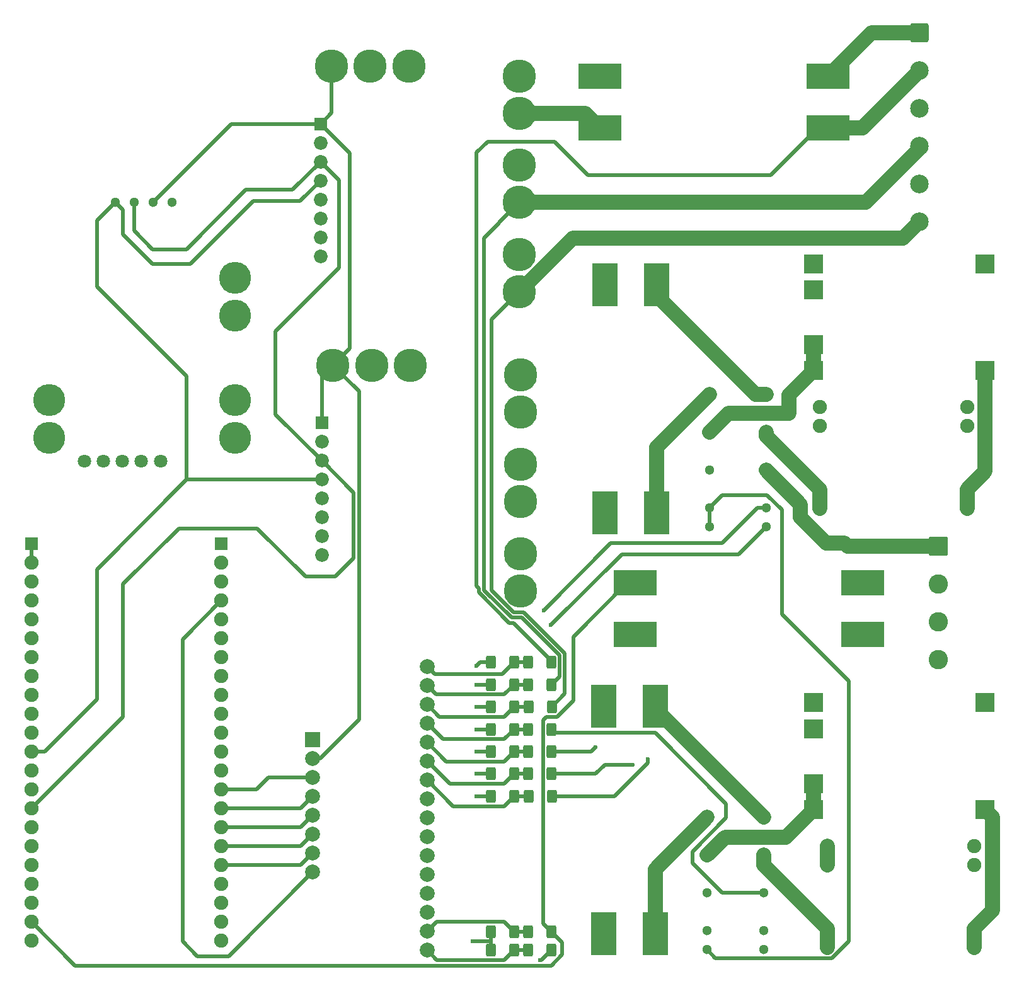
<source format=gbr>
%TF.GenerationSoftware,KiCad,Pcbnew,9.0.2*%
%TF.CreationDate,2025-10-01T16:12:29+03:00*%
%TF.ProjectId,SolarMonitor_V1,536f6c61-724d-46f6-9e69-746f725f5631,rev?*%
%TF.SameCoordinates,Original*%
%TF.FileFunction,Copper,L1,Top*%
%TF.FilePolarity,Positive*%
%FSLAX46Y46*%
G04 Gerber Fmt 4.6, Leading zero omitted, Abs format (unit mm)*
G04 Created by KiCad (PCBNEW 9.0.2) date 2025-10-01 16:12:29*
%MOMM*%
%LPD*%
G01*
G04 APERTURE LIST*
G04 Aperture macros list*
%AMRoundRect*
0 Rectangle with rounded corners*
0 $1 Rounding radius*
0 $2 $3 $4 $5 $6 $7 $8 $9 X,Y pos of 4 corners*
0 Add a 4 corners polygon primitive as box body*
4,1,4,$2,$3,$4,$5,$6,$7,$8,$9,$2,$3,0*
0 Add four circle primitives for the rounded corners*
1,1,$1+$1,$2,$3*
1,1,$1+$1,$4,$5*
1,1,$1+$1,$6,$7*
1,1,$1+$1,$8,$9*
0 Add four rect primitives between the rounded corners*
20,1,$1+$1,$2,$3,$4,$5,0*
20,1,$1+$1,$4,$5,$6,$7,0*
20,1,$1+$1,$6,$7,$8,$9,0*
20,1,$1+$1,$8,$9,$2,$3,0*%
G04 Aperture macros list end*
%TA.AperFunction,ComponentPad*%
%ADD10C,1.300000*%
%TD*%
%TA.AperFunction,ComponentPad*%
%ADD11R,2.500000X2.500000*%
%TD*%
%TA.AperFunction,ComponentPad*%
%ADD12C,1.900000*%
%TD*%
%TA.AperFunction,ComponentPad*%
%ADD13R,1.700000X1.700000*%
%TD*%
%TA.AperFunction,ComponentPad*%
%ADD14R,5.840000X3.500000*%
%TD*%
%TA.AperFunction,ComponentPad*%
%ADD15C,1.905000*%
%TD*%
%TA.AperFunction,SMDPad,CuDef*%
%ADD16RoundRect,0.250000X0.400000X0.625000X-0.400000X0.625000X-0.400000X-0.625000X0.400000X-0.625000X0*%
%TD*%
%TA.AperFunction,ComponentPad*%
%ADD17C,2.000000*%
%TD*%
%TA.AperFunction,ComponentPad*%
%ADD18R,2.100000X2.100000*%
%TD*%
%TA.AperFunction,ComponentPad*%
%ADD19R,3.500000X5.840000*%
%TD*%
%TA.AperFunction,ComponentPad*%
%ADD20RoundRect,0.250000X-1.000000X1.000000X-1.000000X-1.000000X1.000000X-1.000000X1.000000X1.000000X0*%
%TD*%
%TA.AperFunction,ComponentPad*%
%ADD21C,2.500000*%
%TD*%
%TA.AperFunction,ComponentPad*%
%ADD22C,1.850000*%
%TD*%
%TA.AperFunction,ComponentPad*%
%ADD23C,4.500000*%
%TD*%
%TA.AperFunction,ComponentPad*%
%ADD24C,4.300000*%
%TD*%
%TA.AperFunction,ComponentPad*%
%ADD25C,1.800000*%
%TD*%
%TA.AperFunction,ComponentPad*%
%ADD26RoundRect,0.250000X-1.050000X1.050000X-1.050000X-1.050000X1.050000X-1.050000X1.050000X1.050000X0*%
%TD*%
%TA.AperFunction,ComponentPad*%
%ADD27C,2.600000*%
%TD*%
%TA.AperFunction,ViaPad*%
%ADD28C,0.600000*%
%TD*%
%TA.AperFunction,Conductor*%
%ADD29C,0.500000*%
%TD*%
%TA.AperFunction,Conductor*%
%ADD30C,2.000000*%
%TD*%
G04 APERTURE END LIST*
D10*
%TO.P,K2,1*%
%TO.N,3V3*%
X126472024Y-179620000D03*
%TO.P,K2,2*%
X126472024Y-177080000D03*
%TO.P,K2,4*%
%TO.N,/Conn2Lo*%
X126472024Y-172000000D03*
%TO.P,K2,6*%
%TO.N,Net-(BRD4-OUT+-Pad1)*%
X126472024Y-166920000D03*
%TO.P,K2,8*%
%TO.N,Net-(BRD6-VIN+)*%
X126472024Y-161840000D03*
%TO.P,K2,9*%
%TO.N,Net-(BRD6-VOUT+)*%
X134092024Y-161840000D03*
%TO.P,K2,11*%
%TO.N,Net-(BRD5-IN+-Pad3)*%
X134092024Y-166920000D03*
%TO.P,K2,13*%
%TO.N,/Conn2Hi*%
X134092024Y-172000000D03*
%TO.P,K2,15*%
%TO.N,/Conn2Reset*%
X134092024Y-177080000D03*
%TO.P,K2,16*%
%TO.N,/Conn2Set*%
X134092024Y-179620000D03*
%TD*%
D11*
%TO.P,BRD1,1,OUT+*%
%TO.N,Net-(BRD1-OUT+-Pad1)*%
X140800000Y-101775000D03*
%TO.P,BRD1,2,OUT+*%
X140800000Y-98275000D03*
%TO.P,BRD1,3,OUT-*%
%TO.N,GND*%
X140800000Y-90925000D03*
%TO.P,BRD1,4,OUT-*%
X140800000Y-87425000D03*
%TO.P,BRD1,5,IN+*%
%TO.N,Net-(BRD1-IN+)*%
X163800000Y-101775000D03*
%TO.P,BRD1,6,IN-*%
%TO.N,GND*%
X163800000Y-87425000D03*
%TD*%
%TO.P,BRD4,1,OUT+*%
%TO.N,Net-(BRD4-OUT+-Pad1)*%
X140800000Y-160775000D03*
%TO.P,BRD4,2,OUT+*%
X140800000Y-157275000D03*
%TO.P,BRD4,3,OUT-*%
%TO.N,GND*%
X140800000Y-149925000D03*
%TO.P,BRD4,4,OUT-*%
X140800000Y-146425000D03*
%TO.P,BRD4,5,IN+*%
%TO.N,Net-(BRD4-IN+)*%
X163800000Y-160775000D03*
%TO.P,BRD4,6,IN-*%
%TO.N,GND*%
X163800000Y-146425000D03*
%TD*%
D12*
%TO.P,BRD12,44,GND*%
%TO.N,GND*%
X61198000Y-178420845D03*
%TO.P,BRD12,43,GND*%
X61198000Y-175880845D03*
%TO.P,BRD12,42,19*%
%TO.N,unconnected-(BRD12-19-Pad42)*%
X61198000Y-173340845D03*
%TO.P,BRD12,41,20*%
%TO.N,unconnected-(BRD12-20-Pad41)*%
X61198000Y-170800845D03*
%TO.P,BRD12,40,21*%
%TO.N,/MultiAdd3*%
X61198000Y-168260845D03*
%TO.P,BRD12,39,47*%
%TO.N,/MultiAdd2*%
X61198000Y-165720845D03*
%TO.P,BRD12,38,48*%
%TO.N,/MultiAdd1*%
X61198000Y-163180845D03*
%TO.P,BRD12,37,15*%
%TO.N,/MultiAdd0*%
X61198000Y-160640845D03*
%TO.P,BRD12,36,0*%
%TO.N,/MultiEn*%
X61198000Y-158100845D03*
%TO.P,BRD12,35,35*%
%TO.N,unconnected-(BRD12-Pad35)*%
X61198000Y-155560845D03*
%TO.P,BRD12,34,36*%
%TO.N,unconnected-(BRD12-36-Pad34)*%
X61198000Y-153020845D03*
%TO.P,BRD12,33,37*%
%TO.N,unconnected-(BRD12-37-Pad33)*%
X61198000Y-150480845D03*
%TO.P,BRD12,32,38*%
%TO.N,unconnected-(BRD12-38-Pad32)*%
X61198000Y-147940845D03*
%TO.P,BRD12,31,39*%
%TO.N,/Conn2Set*%
X61198000Y-145400845D03*
%TO.P,BRD12,30,40*%
%TO.N,/Conn2Reset*%
X61198000Y-142860845D03*
%TO.P,BRD12,29,41*%
%TO.N,/Conn1Set*%
X61198000Y-140320845D03*
%TO.P,BRD12,28,42*%
%TO.N,/Conn1Reset*%
X61198000Y-137780845D03*
%TO.P,BRD12,27,2*%
%TO.N,unconnected-(BRD12-2-Pad27)*%
X61198000Y-135240845D03*
%TO.P,BRD12,26,1*%
%TO.N,/AnaVoutMulti*%
X61198000Y-132700845D03*
%TO.P,BRD12,25,RX*%
%TO.N,unconnected-(BRD12-RX-Pad25)*%
X61198000Y-130160845D03*
%TO.P,BRD12,24,TX*%
%TO.N,unconnected-(BRD12-TX-Pad24)*%
X61198000Y-127620845D03*
D13*
%TO.P,BRD12,23,GND*%
%TO.N,GND*%
X61198000Y-125080845D03*
D12*
%TO.P,BRD12,22,GND*%
X35698000Y-178420845D03*
%TO.P,BRD12,21,5Vin*%
%TO.N,/5V*%
X35698000Y-175880845D03*
%TO.P,BRD12,20,14*%
%TO.N,unconnected-(BRD12-14-Pad20)*%
X35698000Y-173340845D03*
%TO.P,BRD12,19,13*%
%TO.N,unconnected-(BRD12-13-Pad19)*%
X35698000Y-170800845D03*
%TO.P,BRD12,18,12*%
%TO.N,unconnected-(BRD12-12-Pad18)*%
X35698000Y-168260845D03*
%TO.P,BRD12,17,11*%
%TO.N,unconnected-(BRD12-11-Pad17)*%
X35698000Y-165720845D03*
%TO.P,BRD12,16,10*%
%TO.N,unconnected-(BRD12-10-Pad16)*%
X35698000Y-163180845D03*
%TO.P,BRD12,15,9*%
%TO.N,/Current Meas & Solar/SCL*%
X35698000Y-160640845D03*
%TO.P,BRD12,14,46*%
%TO.N,unconnected-(BRD12-46-Pad14)*%
X35698000Y-158100845D03*
%TO.P,BRD12,13,3*%
%TO.N,unconnected-(BRD12-3-Pad13)*%
X35698000Y-155560845D03*
%TO.P,BRD12,12,8*%
%TO.N,/Current Meas & Solar/SDA*%
X35698000Y-153020845D03*
%TO.P,BRD12,11,18*%
%TO.N,unconnected-(BRD12-18-Pad11)*%
X35698000Y-150480845D03*
%TO.P,BRD12,10,17*%
%TO.N,unconnected-(BRD12-17-Pad10)*%
X35698000Y-147940845D03*
%TO.P,BRD12,9,16*%
%TO.N,unconnected-(BRD12-16-Pad9)*%
X35698000Y-145400845D03*
%TO.P,BRD12,8,15*%
%TO.N,unconnected-(BRD12-15-Pad8)*%
X35698000Y-142860845D03*
%TO.P,BRD12,7,7*%
%TO.N,unconnected-(BRD12-Pad7)*%
X35698000Y-140320845D03*
%TO.P,BRD12,6,6*%
%TO.N,unconnected-(BRD12-Pad6)*%
X35698000Y-137780845D03*
%TO.P,BRD12,5,5*%
%TO.N,unconnected-(BRD12-Pad5)*%
X35698000Y-135240845D03*
%TO.P,BRD12,4,4*%
%TO.N,unconnected-(BRD12-Pad4)*%
X35698000Y-132700845D03*
%TO.P,BRD12,3,RST*%
%TO.N,unconnected-(BRD12-RST-Pad3)*%
X35698000Y-130160845D03*
%TO.P,BRD12,2,3V3*%
%TO.N,3V3*%
X35698000Y-127620845D03*
D13*
%TO.P,BRD12,1,3V3*%
X35698000Y-125080845D03*
%TD*%
D14*
%TO.P,BRD14,1,VIN+*%
%TO.N,Net-(BRD14-VIN+)*%
X112100000Y-69160000D03*
%TO.P,BRD14,2,VIN-*%
%TO.N,GND*%
X112100000Y-62250000D03*
%TO.P,BRD14,3,VOUT-*%
X142700000Y-62250000D03*
%TO.P,BRD14,4,VOUT+*%
%TO.N,/ExtLoad+*%
X142700000Y-69160000D03*
%TD*%
D15*
%TO.P,BRD2,1,IN-*%
%TO.N,GND*%
X141600000Y-106700000D03*
%TO.P,BRD2,2,IN-*%
X141600000Y-109240000D03*
%TO.P,BRD2,3,IN+*%
%TO.N,Net-(BRD2-IN+-Pad3)*%
X141600000Y-117760000D03*
%TO.P,BRD2,4,IN+*%
X141600000Y-120300000D03*
%TO.P,BRD2,5,OUT+*%
%TO.N,Net-(BRD1-IN+)*%
X161400000Y-120300000D03*
%TO.P,BRD2,6,OUT+*%
X161400000Y-117760000D03*
%TO.P,BRD2,7,OUT-*%
%TO.N,GND*%
X161400000Y-109240000D03*
%TO.P,BRD2,8,OUT-*%
X161400000Y-106700000D03*
%TD*%
D16*
%TO.P,R14,1*%
%TO.N,/Conn2Lo*%
X105550000Y-153000000D03*
%TO.P,R14,2*%
%TO.N,Net-(BRD7-C4)*%
X102450000Y-153000000D03*
%TD*%
%TO.P,R16,1*%
%TO.N,/ExtLoad+*%
X105550000Y-141000000D03*
%TO.P,R16,2*%
%TO.N,Net-(BRD7-C0)*%
X102450000Y-141000000D03*
%TD*%
D17*
%TO.P,BRD7,1,C15*%
%TO.N,Net-(BRD7-C15)*%
X88868000Y-179700845D03*
%TO.P,BRD7,2,C14*%
%TO.N,Net-(BRD7-C14)*%
X88868000Y-177160845D03*
%TO.P,BRD7,3,C13*%
%TO.N,unconnected-(BRD7-C13-Pad3)*%
X88868000Y-174620845D03*
%TO.P,BRD7,4,C12*%
%TO.N,unconnected-(BRD7-C12-Pad4)*%
X88868000Y-172080845D03*
%TO.P,BRD7,5,C11*%
%TO.N,unconnected-(BRD7-C11-Pad5)*%
X88868000Y-169540845D03*
%TO.P,BRD7,6,C10*%
%TO.N,unconnected-(BRD7-C10-Pad6)*%
X88868000Y-167000845D03*
%TO.P,BRD7,7,C9*%
%TO.N,unconnected-(BRD7-C9-Pad7)*%
X88868000Y-164460845D03*
%TO.P,BRD7,8,C8*%
%TO.N,unconnected-(BRD7-C8-Pad8)*%
X88868000Y-161920845D03*
%TO.P,BRD7,9,C7*%
%TO.N,unconnected-(BRD7-C7-Pad9)*%
X88868000Y-159380845D03*
%TO.P,BRD7,10,C6*%
%TO.N,Net-(BRD7-C6)*%
X88868000Y-156840845D03*
%TO.P,BRD7,11,C5*%
%TO.N,Net-(BRD7-C5)*%
X88868000Y-154300845D03*
%TO.P,BRD7,12,C4*%
%TO.N,Net-(BRD7-C4)*%
X88868000Y-151760845D03*
%TO.P,BRD7,13,C3*%
%TO.N,Net-(BRD7-C3)*%
X88868000Y-149220845D03*
%TO.P,BRD7,14,C2*%
%TO.N,Net-(BRD7-C2)*%
X88868000Y-146680845D03*
%TO.P,BRD7,15,C1*%
%TO.N,Net-(BRD7-C1)*%
X88868000Y-144140845D03*
%TO.P,BRD7,16,C0*%
%TO.N,Net-(BRD7-C0)*%
X88868000Y-141600845D03*
%TO.P,BRD7,17,S16*%
%TO.N,/AnaVoutMulti*%
X73498000Y-169190845D03*
%TO.P,BRD7,18,S3*%
%TO.N,/MultiAdd3*%
X73498000Y-166650845D03*
%TO.P,BRD7,19,S2*%
%TO.N,/MultiAdd2*%
X73498000Y-164110845D03*
%TO.P,BRD7,20,S1*%
%TO.N,/MultiAdd1*%
X73498000Y-161570845D03*
%TO.P,BRD7,21,S0*%
%TO.N,/MultiAdd0*%
X73498000Y-159030845D03*
%TO.P,BRD7,22,EN*%
%TO.N,/MultiEn*%
X73498000Y-156490845D03*
%TO.P,BRD7,23,VCC*%
%TO.N,3V3*%
X73498000Y-153950845D03*
D18*
%TO.P,BRD7,24,GND*%
%TO.N,GND*%
X73498000Y-151410845D03*
%TD*%
D16*
%TO.P,R3,1*%
%TO.N,Net-(BRD7-C15)*%
X100550000Y-179690845D03*
%TO.P,R3,2*%
%TO.N,GND*%
X97450000Y-179690845D03*
%TD*%
%TO.P,R10,1*%
%TO.N,/Conn1Hi*%
X105550000Y-156000000D03*
%TO.P,R10,2*%
%TO.N,Net-(BRD7-C5)*%
X102450000Y-156000000D03*
%TD*%
%TO.P,R4,1*%
%TO.N,/Conn1Lo*%
X105600000Y-159000000D03*
%TO.P,R4,2*%
%TO.N,Net-(BRD7-C6)*%
X102500000Y-159000000D03*
%TD*%
%TO.P,R7,1*%
%TO.N,Net-(BRD7-C2)*%
X100550000Y-147000000D03*
%TO.P,R7,2*%
%TO.N,GND*%
X97450000Y-147000000D03*
%TD*%
%TO.P,R13,1*%
%TO.N,Net-(BRD7-C1)*%
X100550000Y-144000000D03*
%TO.P,R13,2*%
%TO.N,GND*%
X97450000Y-144000000D03*
%TD*%
D19*
%TO.P,BRD3,1,VIN+*%
%TO.N,Net-(BRD3-VIN+)*%
X119660000Y-120900000D03*
%TO.P,BRD3,2,VIN-*%
%TO.N,GND*%
X112750000Y-120900000D03*
%TO.P,BRD3,3,VOUT-*%
X112750000Y-90300000D03*
%TO.P,BRD3,4,VOUT+*%
%TO.N,Net-(BRD3-VOUT+)*%
X119660000Y-90300000D03*
%TD*%
D16*
%TO.P,R5,1*%
%TO.N,Net-(BRD7-C6)*%
X100550000Y-159000000D03*
%TO.P,R5,2*%
%TO.N,GND*%
X97450000Y-159000000D03*
%TD*%
D10*
%TO.P,BRD13,1,GND*%
%TO.N,GND*%
X54575000Y-79175000D03*
%TO.P,BRD13,2,VCC*%
%TO.N,3V3*%
X52035000Y-79175000D03*
%TO.P,BRD13,3,SCK*%
%TO.N,/Current Meas & Solar/SCL*%
X49495000Y-79175000D03*
%TO.P,BRD13,4,SDA*%
%TO.N,/Current Meas & Solar/SDA*%
X46955000Y-79175000D03*
%TD*%
D16*
%TO.P,R8,1*%
%TO.N,/5V*%
X105550000Y-177190845D03*
%TO.P,R8,2*%
%TO.N,Net-(BRD7-C14)*%
X102450000Y-177190845D03*
%TD*%
%TO.P,R11,1*%
%TO.N,Net-(BRD7-C5)*%
X100550000Y-156000000D03*
%TO.P,R11,2*%
%TO.N,GND*%
X97450000Y-156000000D03*
%TD*%
D20*
%TO.P,J1,1,Pin_1*%
%TO.N,GND*%
X155000000Y-56420000D03*
D21*
%TO.P,J1,2,Pin_2*%
%TO.N,/ExtLoad+*%
X155000000Y-61500000D03*
%TO.P,J1,3,Pin_3*%
%TO.N,GND*%
X155000000Y-66580000D03*
%TO.P,J1,4,Pin_4*%
%TO.N,/Battery+*%
X155000000Y-71660000D03*
%TO.P,J1,5,Pin_5*%
%TO.N,GND*%
X155000000Y-76740000D03*
%TO.P,J1,6,Pin_6*%
%TO.N,/SolarPanel+*%
X155000000Y-81820000D03*
%TD*%
D16*
%TO.P,R9,1*%
%TO.N,Net-(BRD7-C14)*%
X100550000Y-177190845D03*
%TO.P,R9,2*%
%TO.N,GND*%
X97450000Y-177190845D03*
%TD*%
D14*
%TO.P,BRD11,1,VIN+*%
%TO.N,/Current Meas & Solar/InternalLoad*%
X147400000Y-130340000D03*
%TO.P,BRD11,2,VIN-*%
%TO.N,GND*%
X147400000Y-137250000D03*
%TO.P,BRD11,3,VOUT-*%
X116800000Y-137250000D03*
%TO.P,BRD11,4,VOUT+*%
%TO.N,/5V*%
X116800000Y-130340000D03*
%TD*%
D15*
%TO.P,BRD5,1,IN-*%
%TO.N,GND*%
X142600000Y-165700000D03*
%TO.P,BRD5,2,IN-*%
X142600000Y-168240000D03*
%TO.P,BRD5,3,IN+*%
%TO.N,Net-(BRD5-IN+-Pad3)*%
X142600000Y-176760000D03*
%TO.P,BRD5,4,IN+*%
X142600000Y-179300000D03*
%TO.P,BRD5,5,OUT+*%
%TO.N,Net-(BRD4-IN+)*%
X162400000Y-179300000D03*
%TO.P,BRD5,6,OUT+*%
X162400000Y-176760000D03*
%TO.P,BRD5,7,OUT-*%
%TO.N,GND*%
X162400000Y-168240000D03*
%TO.P,BRD5,8,OUT-*%
X162400000Y-165700000D03*
%TD*%
D16*
%TO.P,R17,1*%
%TO.N,3V3*%
X105550000Y-179690845D03*
%TO.P,R17,2*%
%TO.N,Net-(BRD7-C15)*%
X102450000Y-179690845D03*
%TD*%
D22*
%TO.P,BRD9,1,TC*%
%TO.N,unconnected-(BRD9-TC-Pad1)*%
X74728000Y-126620845D03*
%TO.P,BRD9,2,WAR*%
%TO.N,unconnected-(BRD9-WAR-Pad2)*%
X74728000Y-124080845D03*
%TO.P,BRD9,3,CRI*%
%TO.N,unconnected-(BRD9-CRI-Pad3)*%
X74728000Y-121540845D03*
%TO.P,BRD9,4,PV*%
%TO.N,unconnected-(BRD9-PV-Pad4)*%
X74728000Y-119000845D03*
%TO.P,BRD9,5,SDA*%
%TO.N,/Current Meas & Solar/SDA*%
X74728000Y-116460845D03*
%TO.P,BRD9,6,SCL*%
%TO.N,/Current Meas & Solar/SCL*%
X74728000Y-113920845D03*
%TO.P,BRD9,7,GND*%
%TO.N,GND*%
X74728000Y-111380845D03*
D13*
%TO.P,BRD9,8,VS*%
%TO.N,3V3*%
X74728000Y-108840845D03*
D23*
%TO.P,BRD9,9,VPU*%
X76198000Y-101090845D03*
%TO.P,BRD9,10,GND*%
%TO.N,GND*%
X81398000Y-101090845D03*
%TO.P,BRD9,11,GND*%
X86598000Y-101090845D03*
%TO.P,BRD9,12,VN3+*%
%TO.N,/Current Meas & Solar/InternalLoad*%
X101398000Y-102400845D03*
%TO.P,BRD9,13,VN3-*%
%TO.N,/Current Meas & Solar/BattHi*%
X101398000Y-107400845D03*
%TO.P,BRD9,14,VN2+*%
%TO.N,/Conn1Lo*%
X101398000Y-114400845D03*
%TO.P,BRD9,15,VN2-*%
%TO.N,/Current Meas & Solar/BattHi*%
X101398000Y-119400845D03*
%TO.P,BRD9,16,VN1+*%
%TO.N,/Conn2Lo*%
X101398000Y-126400845D03*
%TO.P,BRD9,17,VN1-*%
%TO.N,/Current Meas & Solar/BattHi*%
X101398000Y-131400845D03*
%TD*%
D22*
%TO.P,BRD8,1,TC*%
%TO.N,unconnected-(BRD8-TC-Pad1)*%
X74528000Y-86430845D03*
%TO.P,BRD8,2,WAR*%
%TO.N,unconnected-(BRD8-WAR-Pad2)*%
X74528000Y-83890845D03*
%TO.P,BRD8,3,CRI*%
%TO.N,unconnected-(BRD8-CRI-Pad3)*%
X74528000Y-81350845D03*
%TO.P,BRD8,4,PV*%
%TO.N,unconnected-(BRD8-PV-Pad4)*%
X74528000Y-78810845D03*
%TO.P,BRD8,5,SDA*%
%TO.N,/Current Meas & Solar/SDA*%
X74528000Y-76270845D03*
%TO.P,BRD8,6,SCL*%
%TO.N,/Current Meas & Solar/SCL*%
X74528000Y-73730845D03*
%TO.P,BRD8,7,GND*%
%TO.N,GND*%
X74528000Y-71190845D03*
D13*
%TO.P,BRD8,8,VS*%
%TO.N,3V3*%
X74528000Y-68650845D03*
D23*
%TO.P,BRD8,9,VPU*%
X75998000Y-60900845D03*
%TO.P,BRD8,10,GND*%
%TO.N,GND*%
X81198000Y-60900845D03*
%TO.P,BRD8,11,GND*%
X86398000Y-60900845D03*
%TO.P,BRD8,12,VN3+*%
%TO.N,/Current Meas & Solar/ExtLoadHi*%
X101198000Y-62210845D03*
%TO.P,BRD8,13,VN3-*%
%TO.N,Net-(BRD14-VIN+)*%
X101198000Y-67210845D03*
%TO.P,BRD8,14,VN2+*%
%TO.N,/Current Meas & Solar/BattHi*%
X101198000Y-74210845D03*
%TO.P,BRD8,15,VN2-*%
%TO.N,/Battery+*%
X101198000Y-79210845D03*
%TO.P,BRD8,16,VN1+*%
%TO.N,/Current Meas & Solar/SolarPanelHi*%
X101198000Y-86210845D03*
%TO.P,BRD8,17,VN1-*%
%TO.N,/SolarPanel+*%
X101198000Y-91210845D03*
%TD*%
D16*
%TO.P,R12,1*%
%TO.N,/Battery+*%
X105550000Y-144000000D03*
%TO.P,R12,2*%
%TO.N,Net-(BRD7-C1)*%
X102450000Y-144000000D03*
%TD*%
D24*
%TO.P,BRD10,1,PWR*%
%TO.N,/Current Meas & Solar/SolarPanelHi*%
X38050000Y-105770000D03*
%TO.P,BRD10,2,GND*%
%TO.N,GND*%
X38050000Y-110850000D03*
%TO.P,BRD10,3,GND*%
X63050000Y-89290000D03*
%TO.P,BRD10,4,LOAD*%
%TO.N,/Current Meas & Solar/ExtLoadHi*%
X63050000Y-94370000D03*
%TO.P,BRD10,5,BATT*%
%TO.N,/Current Meas & Solar/BattHi*%
X63050000Y-105770000D03*
%TO.P,BRD10,6,GND*%
%TO.N,GND*%
X63050000Y-110850000D03*
D25*
%TO.P,BRD10,7,+*%
%TO.N,unconnected-(BRD10-+-Pad7)*%
X42850000Y-113950000D03*
%TO.P,BRD10,8,-*%
%TO.N,unconnected-(BRD10---Pad8)*%
X45390000Y-113950000D03*
%TO.P,BRD10,9,D*%
%TO.N,unconnected-(BRD10-D-Pad9)*%
X47930000Y-113950000D03*
%TO.P,BRD10,10,+*%
%TO.N,unconnected-(BRD10-+-Pad10)*%
X50470000Y-113950000D03*
%TO.P,BRD10,11,C*%
%TO.N,unconnected-(BRD10-C-Pad11)*%
X53030000Y-113950000D03*
%TD*%
D16*
%TO.P,R20,1*%
%TO.N,Net-(BRD7-C3)*%
X100550000Y-150000000D03*
%TO.P,R20,2*%
%TO.N,GND*%
X97450000Y-150000000D03*
%TD*%
%TO.P,R6,1*%
%TO.N,/SolarPanel+*%
X105600000Y-147000000D03*
%TO.P,R6,2*%
%TO.N,Net-(BRD7-C2)*%
X102500000Y-147000000D03*
%TD*%
%TO.P,R19,1*%
%TO.N,/Conn2Hi*%
X105550000Y-150000000D03*
%TO.P,R19,2*%
%TO.N,Net-(BRD7-C3)*%
X102450000Y-150000000D03*
%TD*%
%TO.P,R18,1*%
%TO.N,Net-(BRD7-C0)*%
X100550000Y-141000000D03*
%TO.P,R18,2*%
%TO.N,GND*%
X97450000Y-141000000D03*
%TD*%
D19*
%TO.P,BRD6,1,VIN+*%
%TO.N,Net-(BRD6-VIN+)*%
X119500000Y-177500000D03*
%TO.P,BRD6,2,VIN-*%
%TO.N,GND*%
X112590000Y-177500000D03*
%TO.P,BRD6,3,VOUT-*%
X112590000Y-146900000D03*
%TO.P,BRD6,4,VOUT+*%
%TO.N,Net-(BRD6-VOUT+)*%
X119500000Y-146900000D03*
%TD*%
D16*
%TO.P,R15,1*%
%TO.N,Net-(BRD7-C4)*%
X100550000Y-153000000D03*
%TO.P,R15,2*%
%TO.N,GND*%
X97450000Y-153000000D03*
%TD*%
D10*
%TO.P,K1,1*%
%TO.N,3V3*%
X126770000Y-122800000D03*
%TO.P,K1,2*%
X126770000Y-120260000D03*
%TO.P,K1,4*%
%TO.N,/Conn1Lo*%
X126770000Y-115180000D03*
%TO.P,K1,6*%
%TO.N,Net-(BRD1-OUT+-Pad1)*%
X126770000Y-110100000D03*
%TO.P,K1,8*%
%TO.N,Net-(BRD3-VIN+)*%
X126770000Y-105020000D03*
%TO.P,K1,9*%
%TO.N,Net-(BRD3-VOUT+)*%
X134390000Y-105020000D03*
%TO.P,K1,11*%
%TO.N,Net-(BRD2-IN+-Pad3)*%
X134390000Y-110100000D03*
%TO.P,K1,13*%
%TO.N,/Conn1Hi*%
X134390000Y-115180000D03*
%TO.P,K1,15*%
%TO.N,/Conn1Reset*%
X134390000Y-120260000D03*
%TO.P,K1,16*%
%TO.N,/Conn1Set*%
X134390000Y-122800000D03*
%TD*%
D26*
%TO.P,J2,1,Pin_1*%
%TO.N,/Conn1Hi*%
X157500000Y-125420000D03*
D27*
%TO.P,J2,2,Pin_2*%
%TO.N,GND*%
X157500000Y-130500000D03*
%TO.P,J2,3,Pin_3*%
%TO.N,/Conn2Hi*%
X157500000Y-135580000D03*
%TO.P,J2,4,Pin_4*%
%TO.N,GND*%
X157500000Y-140660000D03*
%TD*%
D28*
%TO.N,GND*%
X95500000Y-150000000D03*
X95500000Y-141500000D03*
X95500000Y-159000000D03*
X95500000Y-144000000D03*
X95500000Y-156000000D03*
X95500000Y-147000000D03*
X95500000Y-153000000D03*
X95000000Y-178500000D03*
%TO.N,/Conn2Lo*%
X111500000Y-152410000D03*
%TO.N,/Conn1Lo*%
X118500000Y-154000000D03*
%TO.N,/Conn1Reset*%
X104504318Y-134004318D03*
%TO.N,/Conn1Set*%
X105500000Y-136000000D03*
%TO.N,/Conn1Hi*%
X116500000Y-154751000D03*
%TO.N,3V3*%
X104000000Y-181000000D03*
%TD*%
D29*
%TO.N,/Conn2Hi*%
X106050000Y-150500000D02*
X105550000Y-150000000D01*
X129000000Y-161920000D02*
X129000000Y-160000000D01*
X124500000Y-166420000D02*
X129000000Y-161920000D01*
X124500000Y-168000000D02*
X124500000Y-166420000D01*
X119500000Y-150500000D02*
X106050000Y-150500000D01*
X134092024Y-172000000D02*
X128500000Y-172000000D01*
X128500000Y-172000000D02*
X124500000Y-168000000D01*
X129000000Y-160000000D02*
X119500000Y-150500000D01*
%TO.N,/5V*%
X108500000Y-137570000D02*
X115730000Y-130340000D01*
X108500000Y-146123292D02*
X108500000Y-137570000D01*
X104449000Y-148779708D02*
X104902708Y-148326000D01*
X104449000Y-176089845D02*
X104449000Y-148779708D01*
X106297292Y-148326000D02*
X108500000Y-146123292D01*
X115730000Y-130340000D02*
X116800000Y-130340000D01*
X105550000Y-177190845D02*
X104449000Y-176089845D01*
X104902708Y-148326000D02*
X106297292Y-148326000D01*
%TO.N,/ExtLoad+*%
X141340000Y-69160000D02*
X142700000Y-69160000D01*
X135000000Y-75500000D02*
X141340000Y-69160000D01*
X106000000Y-71000000D02*
X110500000Y-75500000D01*
X97000000Y-71000000D02*
X106000000Y-71000000D01*
X95500000Y-72500000D02*
X97000000Y-71000000D01*
X110500000Y-75500000D02*
X135000000Y-75500000D01*
X100451000Y-135701000D02*
X99895636Y-135701000D01*
X95799000Y-131604364D02*
X95799000Y-131049000D01*
X105550000Y-140800000D02*
X100451000Y-135701000D01*
X99895636Y-135701000D02*
X95799000Y-131604364D01*
X95500000Y-130750000D02*
X95500000Y-72500000D01*
X105550000Y-141000000D02*
X105550000Y-140800000D01*
X95799000Y-131049000D02*
X95500000Y-130750000D01*
%TO.N,/Conn1Lo*%
X114000000Y-159000000D02*
X105600000Y-159000000D01*
X118500000Y-154500000D02*
X114000000Y-159000000D01*
X118500000Y-154000000D02*
X118500000Y-154500000D01*
D30*
%TO.N,/Conn1Hi*%
X145340000Y-125420000D02*
X144920000Y-125000000D01*
X157500000Y-125420000D02*
X145340000Y-125420000D01*
%TO.N,Net-(BRD4-OUT+-Pad1)*%
X137075000Y-164500000D02*
X140800000Y-160775000D01*
X128892024Y-164500000D02*
X137075000Y-164500000D01*
X126472024Y-166920000D02*
X128892024Y-164500000D01*
D29*
%TO.N,/Current Meas & Solar/SDA*%
X52000000Y-87500000D02*
X57000000Y-87500000D01*
X71798845Y-79000000D02*
X74528000Y-76270845D01*
X48000000Y-80220000D02*
X48000000Y-83500000D01*
X65500000Y-79000000D02*
X71798845Y-79000000D01*
X46955000Y-79175000D02*
X48000000Y-80220000D01*
X48000000Y-83500000D02*
X52000000Y-87500000D01*
X57000000Y-87500000D02*
X65500000Y-79000000D01*
X44500000Y-90500000D02*
X44500000Y-81630000D01*
X56539155Y-102539155D02*
X44500000Y-90500000D01*
X44500000Y-81630000D02*
X46955000Y-79175000D01*
X56539155Y-116460845D02*
X56539155Y-102539155D01*
D30*
%TO.N,Net-(BRD1-IN+)*%
X161400000Y-117760000D02*
X161400000Y-120300000D01*
X163800000Y-115360000D02*
X161400000Y-117760000D01*
X163800000Y-101775000D02*
X163800000Y-115360000D01*
D29*
%TO.N,3V3*%
X136500000Y-134500000D02*
X136500000Y-125000000D01*
X145500000Y-143500000D02*
X136500000Y-134500000D01*
X143201024Y-180751000D02*
X145500000Y-178452024D01*
X126472024Y-179620000D02*
X127603024Y-180751000D01*
X127603024Y-180751000D02*
X143201024Y-180751000D01*
X145500000Y-178452024D02*
X145500000Y-143500000D01*
D30*
%TO.N,Net-(BRD6-VIN+)*%
X119500000Y-168812024D02*
X119500000Y-177500000D01*
X126472024Y-161840000D02*
X119500000Y-168812024D01*
%TO.N,Net-(BRD6-VOUT+)*%
X119500000Y-147247976D02*
X119500000Y-146900000D01*
X134092024Y-161840000D02*
X119500000Y-147247976D01*
%TO.N,Net-(BRD4-OUT+-Pad1)*%
X140800000Y-157275000D02*
X140800000Y-160775000D01*
%TO.N,Net-(BRD5-IN+-Pad3)*%
X134092024Y-168252024D02*
X142600000Y-176760000D01*
X134092024Y-166920000D02*
X134092024Y-168252024D01*
%TO.N,Net-(BRD4-IN+)*%
X164830000Y-161805000D02*
X164830000Y-174330000D01*
X163800000Y-160775000D02*
X164830000Y-161805000D01*
X164830000Y-174330000D02*
X162400000Y-176760000D01*
D29*
%TO.N,/Conn1Reset*%
X133240000Y-120260000D02*
X134390000Y-120260000D01*
X128500000Y-125000000D02*
X133240000Y-120260000D01*
X113508636Y-125000000D02*
X128500000Y-125000000D01*
X104504318Y-134004318D02*
X113508636Y-125000000D01*
%TO.N,/Conn1Set*%
X130690000Y-126500000D02*
X134390000Y-122800000D01*
X115000000Y-126500000D02*
X130690000Y-126500000D01*
X105500000Y-136000000D02*
X115000000Y-126500000D01*
D30*
%TO.N,/Conn1Hi*%
X142500000Y-125000000D02*
X144920000Y-125000000D01*
X139000000Y-119790000D02*
X139000000Y-121500000D01*
X139000000Y-121500000D02*
X142500000Y-125000000D01*
X134390000Y-115180000D02*
X139000000Y-119790000D01*
%TO.N,Net-(BRD2-IN+-Pad3)*%
X141600000Y-120300000D02*
X141600000Y-117760000D01*
X134390000Y-110100000D02*
X134390000Y-110550000D01*
X134390000Y-110550000D02*
X141600000Y-117760000D01*
D29*
%TO.N,3V3*%
X126770000Y-120260000D02*
X126770000Y-122800000D01*
X128530000Y-118500000D02*
X126770000Y-120260000D01*
X136500000Y-120500000D02*
X134500000Y-118500000D01*
X134500000Y-118500000D02*
X128530000Y-118500000D01*
X136500000Y-125000000D02*
X136500000Y-120500000D01*
D30*
%TO.N,Net-(BRD1-OUT+-Pad1)*%
X140800000Y-98275000D02*
X140800000Y-101775000D01*
X137500000Y-105075000D02*
X140800000Y-101775000D01*
X137500000Y-107500000D02*
X137500000Y-105075000D01*
X129370000Y-107500000D02*
X137500000Y-107500000D01*
X126770000Y-110100000D02*
X129370000Y-107500000D01*
%TO.N,Net-(BRD3-VIN+)*%
X119660000Y-112130000D02*
X126770000Y-105020000D01*
X119660000Y-120900000D02*
X119660000Y-112130000D01*
%TO.N,Net-(BRD3-VOUT+)*%
X133020000Y-105020000D02*
X134390000Y-105020000D01*
X119660000Y-91660000D02*
X133020000Y-105020000D01*
X119660000Y-90300000D02*
X119660000Y-91660000D01*
D29*
%TO.N,3V3*%
X62559155Y-68650845D02*
X74528000Y-68650845D01*
X52035000Y-79175000D02*
X62559155Y-68650845D01*
%TO.N,/Current Meas & Solar/SCL*%
X70758845Y-77500000D02*
X74528000Y-73730845D01*
X56500000Y-85500000D02*
X64500000Y-77500000D01*
X52000000Y-85500000D02*
X56500000Y-85500000D01*
X49495000Y-79175000D02*
X49495000Y-82995000D01*
X49495000Y-82995000D02*
X52000000Y-85500000D01*
X64500000Y-77500000D02*
X70758845Y-77500000D01*
X77000000Y-76202845D02*
X74528000Y-73730845D01*
X68500000Y-107692845D02*
X68500000Y-96500000D01*
X68500000Y-96500000D02*
X77000000Y-88000000D01*
X77000000Y-88000000D02*
X77000000Y-76202845D01*
X74728000Y-113920845D02*
X68500000Y-107692845D01*
D30*
%TO.N,GND*%
X148530000Y-56420000D02*
X155000000Y-56420000D01*
X142700000Y-62250000D02*
X148530000Y-56420000D01*
%TO.N,Net-(BRD14-VIN+)*%
X110150845Y-67210845D02*
X112100000Y-69160000D01*
X101198000Y-67210845D02*
X110150845Y-67210845D01*
%TO.N,/ExtLoad+*%
X147340000Y-69160000D02*
X155000000Y-61500000D01*
X142700000Y-69160000D02*
X147340000Y-69160000D01*
%TO.N,/Battery+*%
X155000000Y-72000000D02*
X155000000Y-71660000D01*
X147789155Y-79210845D02*
X155000000Y-72000000D01*
X101198000Y-79210845D02*
X147789155Y-79210845D01*
%TO.N,/SolarPanel+*%
X108408845Y-84000000D02*
X152820000Y-84000000D01*
X101198000Y-91210845D02*
X108408845Y-84000000D01*
X152820000Y-84000000D02*
X155000000Y-81820000D01*
D29*
%TO.N,GND*%
X97450000Y-159000000D02*
X95500000Y-159000000D01*
X97450000Y-156000000D02*
X95500000Y-156000000D01*
X97450000Y-177190845D02*
X97450000Y-178500000D01*
X97450000Y-144000000D02*
X95500000Y-144000000D01*
X97450000Y-147000000D02*
X95500000Y-147000000D01*
X97450000Y-150000000D02*
X95500000Y-150000000D01*
X97450000Y-178500000D02*
X95000000Y-178500000D01*
D30*
X142600000Y-165700000D02*
X142600000Y-168240000D01*
D29*
X97450000Y-153000000D02*
X95500000Y-153000000D01*
X97450000Y-178500000D02*
X97450000Y-179690845D01*
X97450000Y-141000000D02*
X96000000Y-141000000D01*
X96000000Y-141000000D02*
X95500000Y-141500000D01*
D30*
%TO.N,Net-(BRD4-IN+)*%
X162400000Y-176760000D02*
X162400000Y-179300000D01*
%TO.N,Net-(BRD5-IN+-Pad3)*%
X142600000Y-179300000D02*
X142600000Y-176760000D01*
X134092024Y-166920000D02*
X134092024Y-168257710D01*
D29*
%TO.N,/MultiAdd2*%
X71888000Y-165720845D02*
X61198000Y-165720845D01*
X73498000Y-164110845D02*
X71888000Y-165720845D01*
%TO.N,/MultiAdd1*%
X71888000Y-163180845D02*
X73498000Y-161570845D01*
X61198000Y-163180845D02*
X71888000Y-163180845D01*
%TO.N,/MultiEn*%
X65899155Y-158100845D02*
X67509155Y-156490845D01*
X67509155Y-156490845D02*
X73498000Y-156490845D01*
X61198000Y-158100845D02*
X65899155Y-158100845D01*
%TO.N,/AnaVoutMulti*%
X56000000Y-178500000D02*
X58000000Y-180500000D01*
X62188845Y-180500000D02*
X73498000Y-169190845D01*
X61198000Y-132700845D02*
X56000000Y-137898845D01*
X56000000Y-137898845D02*
X56000000Y-178500000D01*
X58000000Y-180500000D02*
X62188845Y-180500000D01*
%TO.N,/MultiAdd3*%
X61198000Y-168260845D02*
X71888000Y-168260845D01*
X71888000Y-168260845D02*
X73498000Y-166650845D01*
%TO.N,/MultiAdd0*%
X73498000Y-159030845D02*
X71888000Y-160640845D01*
X71888000Y-160640845D02*
X61198000Y-160640845D01*
%TO.N,/Battery+*%
X98497000Y-81911845D02*
X101198000Y-79210845D01*
X98497000Y-82003000D02*
X98497000Y-81911845D01*
X106651000Y-142899000D02*
X106651000Y-140077708D01*
X101573292Y-135000000D02*
X100186000Y-135000000D01*
X106651000Y-140077708D02*
X101573292Y-135000000D01*
X100186000Y-135000000D02*
X96500000Y-131314000D01*
X105550000Y-144000000D02*
X106651000Y-142899000D01*
X96500000Y-131314000D02*
X96500000Y-84000000D01*
X96500000Y-84000000D02*
X98497000Y-82003000D01*
%TO.N,/Current Meas & Solar/SDA*%
X56539155Y-116460845D02*
X44500000Y-128500000D01*
X44500000Y-146000000D02*
X37479155Y-153020845D01*
X37479155Y-153020845D02*
X35698000Y-153020845D01*
X44500000Y-128500000D02*
X44500000Y-146000000D01*
X74728000Y-116460845D02*
X56539155Y-116460845D01*
%TO.N,/Current Meas & Solar/SCL*%
X55500000Y-123000000D02*
X66000000Y-123000000D01*
X72500000Y-129500000D02*
X76500000Y-129500000D01*
X76500000Y-129500000D02*
X79000000Y-127000000D01*
X79000000Y-127000000D02*
X79000000Y-118192845D01*
X79000000Y-118192845D02*
X74728000Y-113920845D01*
X66000000Y-123000000D02*
X72500000Y-129500000D01*
X35698000Y-160640845D02*
X48000000Y-148338845D01*
X48000000Y-130500000D02*
X55500000Y-123000000D01*
X48000000Y-148338845D02*
X48000000Y-130500000D01*
%TO.N,/SolarPanel+*%
X97500000Y-131322636D02*
X97500000Y-94908845D01*
X97500000Y-94908845D02*
X101198000Y-91210845D01*
X105600000Y-147000000D02*
X107352000Y-145248000D01*
X107352000Y-145248000D02*
X107352000Y-139787344D01*
X101863656Y-134299000D02*
X100476364Y-134299000D01*
X100476364Y-134299000D02*
X97500000Y-131322636D01*
X107352000Y-139787344D02*
X101863656Y-134299000D01*
%TO.N,/Conn2Lo*%
X110910000Y-153000000D02*
X111500000Y-152410000D01*
X105550000Y-153000000D02*
X110910000Y-153000000D01*
%TO.N,/Conn1Hi*%
X111500000Y-156000000D02*
X105550000Y-156000000D01*
X112749000Y-154751000D02*
X111500000Y-156000000D01*
X116500000Y-154751000D02*
X112749000Y-154751000D01*
%TO.N,3V3*%
X35698000Y-127620845D02*
X35698000Y-125080845D01*
X75998000Y-67180845D02*
X74528000Y-68650845D01*
X104000000Y-181000000D02*
X104240845Y-181000000D01*
X74728000Y-102560845D02*
X76198000Y-101090845D01*
X74528000Y-68650845D02*
X78448000Y-72570845D01*
X104240845Y-181000000D02*
X105550000Y-179690845D01*
X79701000Y-104593845D02*
X76198000Y-101090845D01*
X74728000Y-108840845D02*
X74728000Y-102560845D01*
X78448000Y-98840845D02*
X76198000Y-101090845D01*
X73498000Y-153950845D02*
X74465976Y-153950845D01*
X79701000Y-148715821D02*
X79701000Y-104593845D01*
X78448000Y-72570845D02*
X78448000Y-98840845D01*
X75998000Y-60900845D02*
X75998000Y-67180845D01*
X74465976Y-153950845D02*
X79701000Y-148715821D01*
%TO.N,Net-(BRD7-C14)*%
X90164000Y-175864845D02*
X88868000Y-177160845D01*
X99224000Y-175864845D02*
X90164000Y-175864845D01*
X100550000Y-177190845D02*
X99224000Y-175864845D01*
X100550000Y-177190845D02*
X102450000Y-177190845D01*
%TO.N,Net-(BRD7-C5)*%
X91893155Y-157326000D02*
X99224000Y-157326000D01*
X88868000Y-154300845D02*
X91893155Y-157326000D01*
X100550000Y-156000000D02*
X102450000Y-156000000D01*
X99224000Y-157326000D02*
X100550000Y-156000000D01*
%TO.N,Net-(BRD7-C6)*%
X88868000Y-156840845D02*
X92353155Y-160326000D01*
X100550000Y-159000000D02*
X102500000Y-159000000D01*
X92353155Y-160326000D02*
X99224000Y-160326000D01*
X99224000Y-160326000D02*
X100550000Y-159000000D01*
%TO.N,Net-(BRD7-C3)*%
X88868000Y-149220845D02*
X90973155Y-151326000D01*
X90973155Y-151326000D02*
X99224000Y-151326000D01*
X99224000Y-151326000D02*
X100550000Y-150000000D01*
X100550000Y-150000000D02*
X102450000Y-150000000D01*
%TO.N,Net-(BRD7-C15)*%
X90184000Y-181016845D02*
X99224000Y-181016845D01*
X99224000Y-181016845D02*
X100550000Y-179690845D01*
X88868000Y-179700845D02*
X90184000Y-181016845D01*
X100550000Y-179690845D02*
X102450000Y-179690845D01*
%TO.N,Net-(BRD7-C2)*%
X88868000Y-146680845D02*
X90513155Y-148326000D01*
X100550000Y-147000000D02*
X102500000Y-147000000D01*
X90513155Y-148326000D02*
X99224000Y-148326000D01*
X99224000Y-148326000D02*
X100550000Y-147000000D01*
%TO.N,Net-(BRD7-C0)*%
X98949155Y-142600845D02*
X100550000Y-141000000D01*
X89868000Y-142600845D02*
X98949155Y-142600845D01*
X100550000Y-141000000D02*
X102450000Y-141000000D01*
X88868000Y-141600845D02*
X89868000Y-142600845D01*
%TO.N,Net-(BRD7-C1)*%
X88868000Y-144140845D02*
X90053155Y-145326000D01*
X100550000Y-144000000D02*
X102450000Y-144000000D01*
X99224000Y-145326000D02*
X100550000Y-144000000D01*
X90053155Y-145326000D02*
X99224000Y-145326000D01*
%TO.N,Net-(BRD7-C4)*%
X88868000Y-151760845D02*
X91433155Y-154326000D01*
X100550000Y-153000000D02*
X102450000Y-153000000D01*
X91433155Y-154326000D02*
X99224000Y-154326000D01*
X99224000Y-154326000D02*
X100550000Y-153000000D01*
%TO.N,/5V*%
X105513137Y-181751000D02*
X107000000Y-180264137D01*
X41568155Y-181751000D02*
X105513137Y-181751000D01*
X107000000Y-178640845D02*
X105550000Y-177190845D01*
X35698000Y-175880845D02*
X41568155Y-181751000D01*
X107000000Y-180264137D02*
X107000000Y-178640845D01*
%TD*%
M02*

</source>
